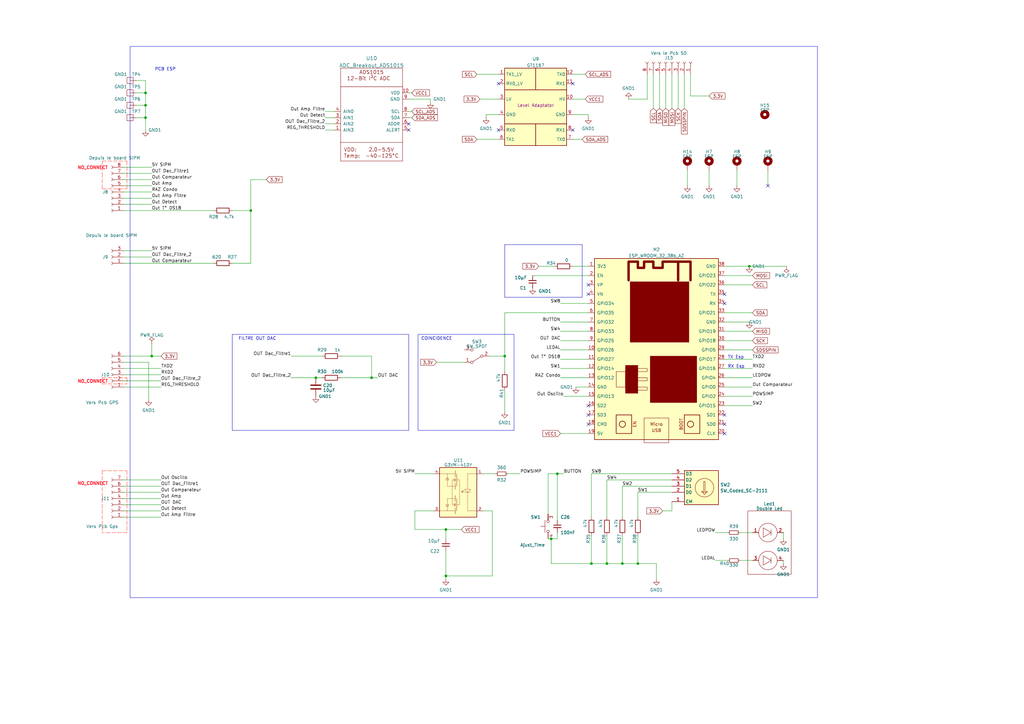
<source format=kicad_sch>
(kicad_sch (version 20230121) (generator eeschema)
  (paper "A3")
  (title_block (date "2023-03-07") (rev "Carte ESP32 SIPM_V3") (company "P&SC"))
  (lib_symbols
    (symbol "Composan02:ADC_Breakout_ADS1115" (pin_names (offset 1.016))
      (property "Reference" "U" (at -12.7 20.32 0))
      (property "Value" "ADC_Breakout_ADS1115" (at -12.7 -22.86 0))
      (symbol "ADC_Breakout_ADS1115_1_0"
        (text "-40-125°C" (at -2.54 -19.05 0) (effects (font (size 1.4986 1.4986)) (justify left bottom)))
        (text "12-Bit I²C ADC" (at -10.16 12.7 0) (effects (font (size 1.4986 1.4986)) (justify left bottom)))
        (text "2.0-5.5V" (at -1.27 -16.51 0) (effects (font (size 1.4986 1.4986)) (justify left bottom)))
        (text "ADS1015" (at -5.08 15.24 0) (effects (font (size 1.4986 1.4986)) (justify left bottom)))
        (text "Temp:" (at -11.43 -19.05 0) (effects (font (size 1.4986 1.4986)) (justify left bottom)))
        (text "VDD:" (at -11.43 -16.51 0) (effects (font (size 1.4986 1.4986)) (justify left bottom)))
        (pin input line (at -15.24 -7.62 0) (length 2.54) (name "AIN3") (number "1"))
        (pin power_in line (at 15.24 7.62 180) (length 2.54) (name "VDD") (number "10"))
        (pin input line (at -15.24 -5.08 0) (length 2.54) (name "AIN2") (number "2"))
        (pin input line (at -15.24 -2.54 0) (length 2.54) (name "AIN1") (number "3"))
        (pin input line (at -15.24 0 0) (length 2.54) (name "AIN0") (number "4"))
        (pin output line (at 15.24 -7.62 180) (length 2.54) (name "ALERT") (number "5"))
        (pin input line (at 15.24 -5.08 180) (length 2.54) (name "ADDR") (number "6"))
        (pin bidirectional line (at 15.24 -2.54 180) (length 2.54) (name "SDA") (number "7"))
        (pin input line (at 15.24 0 180) (length 2.54) (name "SCL") (number "8"))
        (pin power_in line (at 15.24 5.08 180) (length 2.54) (name "GND") (number "9"))
      )
    )
    (symbol "Composan02:Double_Led" (pin_names (offset 0.0254) hide)
      (property "Reference" "Led" (at -0.762 6.7478 0))
      (property "Value" "Double Led" (at -0.762 4.2109 0))
      (symbol "Double_Led_1_1"
        (pin passive line (at -6.35 0 0) (length 2.54) (name "A1") (number "1"))
        (pin passive line (at 6.35 0 180) (length 2.54) (name "K1") (number "2"))
        (pin passive line (at -6.35 -11.43 0) (length 2.54) (name "A2") (number "3"))
        (pin passive line (at 6.35 -11.43 180) (length 2.54) (name "K2") (number "4"))
      )
    )
    (symbol "Composan02:ESP_WROOM_32_38b_AZ" (pin_names (offset 1.016))
      (property "Reference" "M" (at -16.51 51.435 0))
      (property "Value" "ESP_WROOM_32_38b_AZ" (at 0 42.545 0))
      (symbol "ESP_WROOM_32_38b_AZ_0_0"
        (text "BOOT" (at 10.16 -30.48 900) (effects (font (size 1.27 1.27))))
        (text "Micro" (at 0 -30.48 0) (effects (font (size 1.27 1.27))))
        (text "USB" (at 0 -33.02 0) (effects (font (size 1.27 1.27))))
      )
      (symbol "ESP_WROOM_32_38b_AZ_1_1"
        (text "EN" (at -8.89 -30.48 900) (effects (font (size 1.27 1.27))))
        (pin power_out line (at -27.94 34.29 0) (length 2.54) (name "3V3") (number "1"))
        (pin bidirectional line (at -27.94 0 0) (length 2.54) (name "GPIO26") (number "10"))
        (pin bidirectional line (at -27.94 -3.81 0) (length 2.54) (name "GPIO27") (number "11"))
        (pin bidirectional line (at -27.94 -7.62 0) (length 2.54) (name "GPIO14") (number "12"))
        (pin bidirectional line (at -27.94 -11.43 0) (length 2.54) (name "GPIO12") (number "13"))
        (pin power_in line (at -27.94 -15.24 0) (length 2.54) (name "GND") (number "14"))
        (pin bidirectional line (at -27.94 -19.05 0) (length 2.54) (name "GPIO13") (number "15"))
        (pin bidirectional line (at -27.94 -22.86 0) (length 2.54) (name "SD2") (number "16"))
        (pin bidirectional line (at -27.94 -26.67 0) (length 2.54) (name "SD3") (number "17"))
        (pin bidirectional line (at -27.94 -30.48 0) (length 2.54) (name "CMD") (number "18"))
        (pin power_out line (at -27.94 -34.29 0) (length 2.54) (name "5V") (number "19"))
        (pin input line (at -27.94 30.48 0) (length 2.54) (name "EN") (number "2"))
        (pin bidirectional line (at 27.94 -34.29 180) (length 2.54) (name "CLK") (number "20"))
        (pin bidirectional line (at 27.94 -30.48 180) (length 2.54) (name "SD0") (number "21"))
        (pin bidirectional line (at 27.94 -26.67 180) (length 2.54) (name "SD1") (number "22"))
        (pin bidirectional line (at 27.94 -22.86 180) (length 2.54) (name "GPIO15") (number "23"))
        (pin bidirectional line (at 27.94 -19.05 180) (length 2.54) (name "GPIO2") (number "24"))
        (pin bidirectional line (at 27.94 -15.24 180) (length 2.54) (name "GPIO0") (number "25"))
        (pin bidirectional line (at 27.94 -11.43 180) (length 2.54) (name "GPIO4") (number "26"))
        (pin bidirectional line (at 27.94 -7.62 180) (length 2.54) (name "GPIO16") (number "27"))
        (pin bidirectional line (at 27.94 -3.81 180) (length 2.54) (name "GPIO17") (number "28"))
        (pin bidirectional line (at 27.94 0 180) (length 2.54) (name "GPIO5") (number "29"))
        (pin bidirectional line (at -27.94 26.67 0) (length 2.54) (name "VP") (number "3"))
        (pin bidirectional line (at 27.94 3.81 180) (length 2.54) (name "GPIO18") (number "30"))
        (pin bidirectional line (at 27.94 7.62 180) (length 2.54) (name "GPIO19") (number "31"))
        (pin power_in line (at 27.94 11.43 180) (length 2.54) (name "GND") (number "32"))
        (pin bidirectional line (at 27.94 15.24 180) (length 2.54) (name "GPIO21") (number "33"))
        (pin bidirectional line (at 27.94 19.05 180) (length 2.54) (name "RX") (number "34"))
        (pin bidirectional line (at 27.94 22.86 180) (length 2.54) (name "TX") (number "35"))
        (pin bidirectional line (at 27.94 26.67 180) (length 2.54) (name "GPIO22") (number "36"))
        (pin bidirectional line (at 27.94 30.48 180) (length 2.54) (name "GPIO23") (number "37"))
        (pin power_in line (at 27.94 34.29 180) (length 2.54) (name "GND") (number "38"))
        (pin bidirectional line (at -27.94 22.86 0) (length 2.54) (name "VN") (number "4"))
        (pin bidirectional line (at -27.94 19.05 0) (length 2.54) (name "GPIO34") (number "5"))
        (pin bidirectional line (at -27.94 15.24 0) (length 2.54) (name "GPIO35") (number "6"))
        (pin bidirectional line (at -27.94 11.43 0) (length 2.54) (name "GPIO32") (number "7"))
        (pin bidirectional line (at -27.94 7.62 0) (length 2.54) (name "GPIO33") (number "8"))
        (pin bidirectional line (at -27.94 3.81 0) (length 2.54) (name "GPIO25") (number "9"))
      )
    )
    (symbol "Composan02:SW_MEC_5G" (pin_numbers hide) (pin_names (offset 1.016) hide)
      (property "Reference" "SW" (at 1.27 2.54 0))
      (property "Value" "SW_MEC_5G" (at -1.27 6.35 0))
      (symbol "SW_MEC_5G_0_0"
        (text "3" (at 3.81 -1.27 0) (effects (font (size 1.27 1.27))))
        (text "4" (at -3.81 -1.27 0) (effects (font (size 1.27 1.27))))
      )
      (symbol "SW_MEC_5G_0_1"
        (pin passive line (at -5.08 0 0) (length 2.54) (name "A") (number "1"))
        (pin passive line (at 5.08 0 180) (length 2.54) (name "B") (number "3"))
      )
      (symbol "SW_MEC_5G_1_1"
        (pin passive line (at -5.08 0 0) (length 2.54) hide (name "A") (number "2"))
        (pin passive line (at 5.08 0 180) (length 2.54) (name "B") (number "4"))
      )
    )
    (symbol "Composants_2023:TLP241" (pin_names (offset 1.016))
      (property "Reference" "U7" (at 0 13.1699 0))
      (property "Value" "TLP241A(TP1,F" (at 0 11.2489 0))
      (symbol "TLP241_0_0"
        (pin passive line (at -10.16 7.62 0) (length 2.54) (name "~") (number "1"))
        (pin passive line (at -10.16 -7.62 0) (length 2.54) (name "~") (number "2"))
        (pin passive line (at 10.16 -7.62 180) (length 2.54) (name "~") (number "3"))
        (pin passive line (at 10.16 7.62 180) (length 2.54) (name "~") (number "4"))
      )
    )
    (symbol "Connector:Conn_01x03_Socket" (pin_names (offset 1.016) hide)
      (property "Reference" "J" (at 0 5.08 0))
      (property "Value" "Conn_01x03_Socket" (at 0 -5.08 0))
      (symbol "Conn_01x03_Socket_1_1"
        (pin passive line (at -5.08 2.54 0) (length 3.81) (name "Pin_1") (number "1"))
        (pin passive line (at -5.08 0 0) (length 3.81) (name "Pin_2") (number "2"))
        (pin passive line (at -5.08 -2.54 0) (length 3.81) (name "Pin_3") (number "3"))
      )
    )
    (symbol "Connector:Conn_01x06_Socket" (pin_names (offset 1.016) hide)
      (property "Reference" "J" (at 0 7.62 0))
      (property "Value" "Conn_01x06_Socket" (at 0 -10.16 0))
      (symbol "Conn_01x06_Socket_1_1"
        (pin passive line (at -5.08 5.08 0) (length 3.81) (name "Pin_1") (number "1"))
        (pin passive line (at -5.08 2.54 0) (length 3.81) (name "Pin_2") (number "2"))
        (pin passive line (at -5.08 0 0) (length 3.81) (name "Pin_3") (number "3"))
        (pin passive line (at -5.08 -2.54 0) (length 3.81) (name "Pin_4") (number "4"))
        (pin passive line (at -5.08 -5.08 0) (length 3.81) (name "Pin_5") (number "5"))
        (pin passive line (at -5.08 -7.62 0) (length 3.81) (name "Pin_6") (number "6"))
      )
    )
    (symbol "Connector:Conn_01x07_Socket" (pin_names (offset 1.016) hide)
      (property "Reference" "J" (at 0 10.16 0))
      (property "Value" "Conn_01x07_Socket" (at 0 -10.16 0))
      (symbol "Conn_01x07_Socket_1_1"
        (pin passive line (at -5.08 7.62 0) (length 3.81) (name "Pin_1") (number "1"))
        (pin passive line (at -5.08 5.08 0) (length 3.81) (name "Pin_2") (number "2"))
        (pin passive line (at -5.08 2.54 0) (length 3.81) (name "Pin_3") (number "3"))
        (pin passive line (at -5.08 0 0) (length 3.81) (name "Pin_4") (number "4"))
        (pin passive line (at -5.08 -2.54 0) (length 3.81) (name "Pin_5") (number "5"))
        (pin passive line (at -5.08 -5.08 0) (length 3.81) (name "Pin_6") (number "6"))
        (pin passive line (at -5.08 -7.62 0) (length 3.81) (name "Pin_7") (number "7"))
      )
    )
    (symbol "Connector:Conn_01x08_Socket" (pin_names (offset 1.016) hide)
      (property "Reference" "J" (at 0 10.16 0))
      (property "Value" "Conn_01x08_Socket" (at 0 -12.7 0))
      (symbol "Conn_01x08_Socket_1_1"
        (pin passive line (at -5.08 7.62 0) (length 3.81) (name "Pin_1") (number "1"))
        (pin passive line (at -5.08 5.08 0) (length 3.81) (name "Pin_2") (number "2"))
        (pin passive line (at -5.08 2.54 0) (length 3.81) (name "Pin_3") (number "3"))
        (pin passive line (at -5.08 0 0) (length 3.81) (name "Pin_4") (number "4"))
        (pin passive line (at -5.08 -2.54 0) (length 3.81) (name "Pin_5") (number "5"))
        (pin passive line (at -5.08 -5.08 0) (length 3.81) (name "Pin_6") (number "6"))
        (pin passive line (at -5.08 -7.62 0) (length 3.81) (name "Pin_7") (number "7"))
        (pin passive line (at -5.08 -10.16 0) (length 3.81) (name "Pin_8") (number "8"))
      )
    )
    (symbol "Device:C" (pin_numbers hide) (pin_names (offset 0.254))
      (property "Reference" "C" (at 0.635 2.54 0))
      (property "Value" "C" (at 0.635 -2.54 0))
      (symbol "C_1_1"
        (pin passive line (at 0 3.81 270) (length 2.794) (name "~") (number "1"))
        (pin passive line (at 0 -3.81 90) (length 2.794) (name "~") (number "2"))
      )
    )
    (symbol "Device:C_Small" (pin_numbers hide) (pin_names (offset 0.254) hide)
      (property "Reference" "C" (at 0.254 1.778 0))
      (property "Value" "C_Small" (at 0.254 -2.032 0))
      (symbol "C_Small_1_1"
        (pin passive line (at 0 2.54 270) (length 2.032) (name "~") (number "1"))
        (pin passive line (at 0 -2.54 90) (length 2.032) (name "~") (number "2"))
      )
    )
    (symbol "Device:R" (pin_numbers hide) (pin_names (offset 0))
      (property "Reference" "R" (at 2.032 0 90))
      (property "Value" "R" (at 0 0 90))
      (symbol "R_1_1"
        (pin passive line (at 0 3.81 270) (length 1.27) (name "~") (number "1"))
        (pin passive line (at 0 -3.81 90) (length 1.27) (name "~") (number "2"))
      )
    )
    (symbol "Device:R_Small" (pin_numbers hide) (pin_names (offset 0.254) hide)
      (property "Reference" "R" (at 0.762 0.508 0))
      (property "Value" "R_Small" (at 0.762 -1.016 0))
      (symbol "R_Small_1_1"
        (pin passive line (at 0 2.54 270) (length 0.762) (name "~") (number "1"))
        (pin passive line (at 0 -2.54 90) (length 0.762) (name "~") (number "2"))
      )
    )
    (symbol "Mechanical:MountingHole_Pad" (pin_numbers hide) (pin_names (offset 1.016) hide)
      (property "Reference" "H" (at 0 6.35 0))
      (property "Value" "MountingHole_Pad" (at 0 4.445 0))
      (symbol "MountingHole_Pad_1_1"
        (pin input line (at 0 -2.54 90) (length 2.54) (name "1") (number "1"))
      )
    )
    (symbol "Module_Perso:GT1167"
      (property "Reference" "U" (at -7.62 17.78 0))
      (property "Value" "GT1167" (at 3.81 17.78 0))
      (symbol "GT1167_1_1"
        (pin bidirectional line (at -15.24 12.7 0) (length 2.54) (name "TX1_LV") (number "1"))
        (pin power_in line (at 15.24 2.54 180) (length 2.54) (name "HV") (number "10"))
        (pin input line (at 15.24 8.89 180) (length 2.54) (name "RX1") (number "11"))
        (pin bidirectional line (at 15.24 12.7 180) (length 2.54) (name "TX0") (number "12"))
        (pin output line (at -15.24 8.89 0) (length 2.54) (name "RX0_LV") (number "2"))
        (pin power_in line (at -15.24 2.54 0) (length 2.54) (name "LV") (number "3"))
        (pin power_in line (at -15.24 -3.81 0) (length 2.54) (name "GND") (number "4"))
        (pin output line (at -15.24 -10.16 0) (length 2.54) (name "RX0") (number "5"))
        (pin bidirectional line (at -15.24 -13.97 0) (length 2.54) (name "TX1") (number "6"))
        (pin bidirectional line (at 15.24 -13.97 180) (length 2.54) (name "TX0") (number "7"))
        (pin input line (at 15.24 -10.16 180) (length 2.54) (name "RX1") (number "8"))
        (pin power_in line (at 15.24 -3.81 180) (length 2.54) (name "GND") (number "9"))
      )
    )
    (symbol "Module_Perso:TestPoint" (pin_numbers hide) (pin_names (offset 0.762) hide)
      (property "Reference" "TP" (at 0 6.858 0))
      (property "Value" "TestPoint" (at 0 5.08 0))
      (symbol "TestPoint_1_1"
        (pin passive line (at 0 0 90) (length 2.54) (name "1") (number "1"))
      )
    )
    (symbol "MountingHole_Pad_1" (pin_numbers hide) (pin_names (offset 1.016) hide)
      (property "Reference" "H15" (at 0 5.08 0))
      (property "Value" "ESP" (at 0 3.175 0))
    )
    (symbol "PWR_FLAG_1" (power) (pin_numbers hide) (pin_names (offset 0) hide)
      (property "Value" "PWR_FLAG_1" (at 0 3.81 0))
      (symbol "PWR_FLAG_1_0_0"
        (pin power_out line (at 0 0 90) (length 0) (name "pwr") (number "1"))
      )
    )
    (symbol "Switch:SW_Coded_SC-2111"
      (property "Reference" "SW" (at -6.35 8.89 0))
      (property "Value" "SW_Coded_SC-2111" (at -6.35 -7.62 0))
      (symbol "SW_Coded_SC-2111_1_1"
        (pin passive line (at 12.7 6.35 180) (length 5.08) (name "CM") (number "1"))
        (pin passive line (at 12.7 2.54 180) (length 5.08) (name "D0") (number "2"))
        (pin passive line (at 12.7 0 180) (length 5.08) (name "D1") (number "3"))
        (pin passive line (at 12.7 -2.54 180) (length 5.08) (name "D2") (number "4"))
        (pin passive line (at 12.7 -5.08 180) (length 5.08) (name "D3") (number "5"))
      )
    )
    (symbol "Switch:SW_SPDT" (pin_names (offset 0) hide)
      (property "Reference" "SW" (at 0 4.318 0))
      (property "Value" "SW_SPDT" (at 0 -5.08 0))
      (symbol "SW_SPDT_1_1"
        (pin passive line (at 5.08 2.54 180) (length 2.54) (name "A") (number "1"))
        (pin passive line (at -5.08 0 0) (length 2.54) (name "B") (number "2"))
        (pin passive line (at 5.08 -2.54 180) (length 2.54) (name "C") (number "3"))
      )
    )
    (symbol "power:GND1" (power) (pin_names (offset 0))
      (property "Value" "GND1" (at 0 -3.81 0))
      (symbol "GND1_1_1"
        (pin power_in line (at 0 0 270) (length 0) hide (name "GND1") (number "1"))
      )
    )
    (symbol "power:PWR_FLAG" (power) (pin_numbers hide) (pin_names (offset 0) hide)
      (property "Value" "PWR_FLAG" (at 0 3.81 0))
      (symbol "PWR_FLAG_0_0"
        (pin power_out line (at 0 0 90) (length 0) (name "pwr") (number "1"))
      )
    )
  )
  (junction (at 226.06 220.98))
  (junction (at 59.69 43.18))
  (junction (at 102.87 86.36))
  (junction (at 182.88 236.22))
  (junction (at 182.88 217.17))
  (junction (at 307.34 109.22))
  (junction (at 228.6 194.31))
  (junction (at 59.69 38.1))
  (junction (at 207.01 146.05))
  (junction (at 62.23 146.05))
  (junction (at 261.62 231.14))
  (junction (at 129.54 154.94))
  (junction (at 248.92 231.14))
  (junction (at 59.69 48.26))
  (junction (at 152.4 154.94))
  (junction (at 242.57 231.14))
  (junction (at 255.27 231.14))
  (no_connect (at 234.95 34.29))
  (no_connect (at 314.96 76.2))
  (no_connect (at 241.3 170.18))
  (no_connect (at 167.64 50.8))
  (no_connect (at 297.18 177.8))
  (no_connect (at 204.47 34.29))
  (no_connect (at 241.3 166.37))
  (no_connect (at 297.18 170.18))
  (no_connect (at 297.18 124.46))
  (no_connect (at 241.3 120.65))
  (no_connect (at 234.95 53.34))
  (no_connect (at 204.47 53.34))
  (no_connect (at 241.3 173.99))
  (no_connect (at 241.3 116.84))
  (no_connect (at 167.64 53.34))
  (no_connect (at 297.18 120.65))
  (no_connect (at 297.18 173.99))
  (wire (pts (xy 283.21 39.37) (xy 283.21 30.48)))
  (wire (pts (xy 119.38 154.94) (xy 129.54 154.94)))
  (wire (pts (xy 50.8 146.05) (xy 62.23 146.05)))
  (wire (pts (xy 303.53 229.87) (xy 308.61 229.87)))
  (wire (pts (xy 152.4 154.94) (xy 154.94 154.94)))
  (wire (pts (xy 50.8 86.36) (xy 87.63 86.36)))
  (wire (pts (xy 170.18 209.55) (xy 177.8 209.55)))
  (wire (pts (xy 314.96 69.85) (xy 314.96 76.2)))
  (wire (pts (xy 280.67 44.45) (xy 280.67 30.48)))
  (wire (pts (xy 248.92 196.85) (xy 275.59 196.85)))
  (wire (pts (xy 273.05 44.45) (xy 273.05 30.48)))
  (wire (pts (xy 167.64 38.1) (xy 168.91 38.1)))
  (wire (pts (xy 255.27 199.39) (xy 255.27 212.09)))
  (wire (pts (xy 50.8 107.95) (xy 87.63 107.95)))
  (wire (pts (xy 198.12 209.55) (xy 201.93 209.55)))
  (wire (pts (xy 50.8 153.67) (xy 66.04 153.67)))
  (wire (pts (xy 255.27 219.71) (xy 255.27 231.14)))
  (wire (pts (xy 224.79 194.31) (xy 224.79 210.82)))
  (wire (pts (xy 167.64 48.26) (xy 168.91 48.26)))
  (polyline (pts (xy 238.76 121.92) (xy 207.01 121.92)))
  (wire (pts (xy 196.85 40.64) (xy 204.47 40.64)))
  (wire (pts (xy 55.88 33.02) (xy 59.69 33.02)))
  (polyline (pts (xy 41.91 193.04) (xy 41.91 218.44)) (stroke (width 0) (type dash) (color 255 50 27 1)))
  (wire (pts (xy 170.18 209.55) (xy 170.18 217.17)))
  (wire (pts (xy 267.97 44.45) (xy 267.97 30.48)))
  (wire (pts (xy 261.62 201.93) (xy 275.59 201.93)))
  (wire (pts (xy 229.87 143.51) (xy 241.3 143.51)))
  (polyline (pts (xy 41.91 66.04) (xy 52.07 66.04)) (stroke (width 0) (type dash) (color 255 50 27 1)))
  (wire (pts (xy 231.14 162.56) (xy 241.3 162.56)))
  (polyline (pts (xy 41.91 71.12) (xy 41.91 77.47)) (stroke (width 0) (type dash) (color 255 50 27 1)))
  (wire (pts (xy 261.62 201.93) (xy 261.62 212.09)))
  (polyline (pts (xy 52.07 193.04) (xy 52.07 218.44)) (stroke (width 0) (type dash) (color 255 50 27 1)))
  (wire (pts (xy 176.53 40.64) (xy 176.53 41.91)))
  (polyline (pts (xy 41.91 77.47) (xy 52.07 77.47)) (stroke (width 0) (type dash) (color 255 50 27 1)))
  (wire (pts (xy 199.39 48.26) (xy 199.39 46.99)))
  (wire (pts (xy 234.95 30.48) (xy 240.03 30.48)))
  (wire (pts (xy 297.18 113.03) (xy 308.61 113.03)))
  (wire (pts (xy 59.69 33.02) (xy 59.69 38.1)))
  (wire (pts (xy 297.18 109.22) (xy 307.34 109.22)))
  (wire (pts (xy 248.92 219.71) (xy 248.92 231.14)))
  (wire (pts (xy 208.28 194.31) (xy 213.36 194.31)))
  (wire (pts (xy 229.87 177.8) (xy 241.3 177.8)))
  (polyline (pts (xy 52.07 218.44) (xy 41.91 218.44)) (stroke (width 0) (type dash) (color 255 50 27 1)))
  (wire (pts (xy 50.8 105.41) (xy 62.23 105.41)))
  (wire (pts (xy 229.87 135.89) (xy 241.3 135.89)))
  (wire (pts (xy 220.98 109.22) (xy 227.33 109.22)))
  (polyline (pts (xy 207.01 100.33) (xy 207.01 121.92)))
  (wire (pts (xy 59.69 48.26) (xy 59.69 53.34)))
  (wire (pts (xy 182.88 217.17) (xy 182.88 220.98)))
  (wire (pts (xy 278.13 44.45) (xy 278.13 30.48)))
  (wire (pts (xy 321.31 218.44) (xy 321.31 220.98)))
  (wire (pts (xy 50.8 158.75) (xy 66.04 158.75)))
  (wire (pts (xy 234.95 40.64) (xy 240.03 40.64)))
  (wire (pts (xy 281.94 69.85) (xy 281.94 76.2)))
  (wire (pts (xy 297.18 135.89) (xy 308.61 135.89)))
  (wire (pts (xy 55.88 38.1) (xy 59.69 38.1)))
  (wire (pts (xy 102.87 107.95) (xy 95.25 107.95)))
  (wire (pts (xy 261.62 219.71) (xy 261.62 231.14)))
  (wire (pts (xy 297.18 116.84) (xy 308.61 116.84)))
  (wire (pts (xy 275.59 209.55) (xy 275.59 205.74)))
  (wire (pts (xy 59.69 48.26) (xy 59.69 43.18)))
  (wire (pts (xy 229.87 147.32) (xy 241.3 147.32)))
  (wire (pts (xy 133.35 45.72) (xy 137.16 45.72)))
  (wire (pts (xy 207.01 128.27) (xy 207.01 146.05)))
  (polyline (pts (xy 41.91 66.04) (xy 41.91 71.12)) (stroke (width 0) (type dash) (color 255 50 27 1)))
  (wire (pts (xy 133.35 53.34) (xy 137.16 53.34)))
  (polyline (pts (xy 41.91 193.04) (xy 52.07 193.04)) (stroke (width 0) (type dash) (color 255 50 27 1)))
  (wire (pts (xy 59.69 38.1) (xy 59.69 43.18)))
  (wire (pts (xy 307.34 109.22) (xy 322.58 109.22)))
  (wire (pts (xy 170.18 217.17) (xy 182.88 217.17)))
  (wire (pts (xy 50.8 204.47) (xy 66.04 204.47)))
  (wire (pts (xy 119.38 146.05) (xy 132.08 146.05)))
  (wire (pts (xy 321.31 229.87) (xy 321.31 231.14)))
  (wire (pts (xy 50.8 81.28) (xy 62.23 81.28)))
  (wire (pts (xy 297.18 154.94) (xy 308.61 154.94)))
  (wire (pts (xy 62.23 140.97) (xy 62.23 146.05)))
  (wire (pts (xy 271.78 209.55) (xy 275.59 209.55)))
  (wire (pts (xy 228.6 218.44) (xy 228.6 220.98)))
  (wire (pts (xy 248.92 196.85) (xy 248.92 212.09)))
  (wire (pts (xy 207.01 160.02) (xy 207.01 168.91)))
  (polyline (pts (xy 52.07 71.12) (xy 52.07 77.47)) (stroke (width 0) (type dash) (color 255 50 27 1)))
  (wire (pts (xy 133.35 50.8) (xy 137.16 50.8)))
  (wire (pts (xy 50.8 199.39) (xy 66.04 199.39)))
  (wire (pts (xy 228.6 213.36) (xy 228.6 194.31)))
  (wire (pts (xy 182.88 236.22) (xy 182.88 237.49)))
  (wire (pts (xy 302.26 69.85) (xy 302.26 76.2)))
  (wire (pts (xy 102.87 107.95) (xy 102.87 86.36)))
  (wire (pts (xy 297.18 143.51) (xy 308.61 143.51)))
  (wire (pts (xy 307.34 132.08) (xy 297.18 132.08)))
  (wire (pts (xy 50.8 83.82) (xy 62.23 83.82)))
  (wire (pts (xy 66.04 209.55) (xy 50.8 209.55)))
  (wire (pts (xy 229.87 154.94) (xy 241.3 154.94)))
  (wire (pts (xy 170.18 194.31) (xy 177.8 194.31)))
  (wire (pts (xy 95.25 86.36) (xy 102.87 86.36)))
  (wire (pts (xy 241.3 158.75) (xy 236.22 158.75)))
  (wire (pts (xy 241.3 46.99) (xy 241.3 48.26)))
  (wire (pts (xy 50.8 148.59) (xy 60.96 148.59)))
  (wire (pts (xy 303.53 218.44) (xy 308.61 218.44)))
  (wire (pts (xy 55.88 43.18) (xy 59.69 43.18)))
  (wire (pts (xy 270.51 44.45) (xy 270.51 30.48)))
  (wire (pts (xy 229.87 124.46) (xy 241.3 124.46)))
  (wire (pts (xy 182.88 236.22) (xy 201.93 236.22)))
  (wire (pts (xy 50.8 68.58) (xy 62.23 68.58)))
  (wire (pts (xy 228.6 194.31) (xy 231.14 194.31)))
  (wire (pts (xy 293.37 218.44) (xy 298.45 218.44)))
  (wire (pts (xy 182.88 226.06) (xy 182.88 236.22)))
  (wire (pts (xy 200.66 146.05) (xy 207.01 146.05)))
  (wire (pts (xy 297.18 151.13) (xy 308.61 151.13)))
  (wire (pts (xy 179.07 148.59) (xy 190.5 148.59)))
  (wire (pts (xy 199.39 46.99) (xy 204.47 46.99)))
  (wire (pts (xy 229.87 139.7) (xy 241.3 139.7)))
  (wire (pts (xy 132.08 154.94) (xy 129.54 154.94)))
  (wire (pts (xy 242.57 231.14) (xy 248.92 231.14)))
  (wire (pts (xy 290.83 69.85) (xy 290.83 76.2)))
  (wire (pts (xy 182.88 217.17) (xy 189.23 217.17)))
  (wire (pts (xy 229.87 151.13) (xy 241.3 151.13)))
  (wire (pts (xy 50.8 73.66) (xy 62.23 73.66)))
  (wire (pts (xy 297.18 162.56) (xy 308.61 162.56)))
  (wire (pts (xy 195.58 57.15) (xy 204.47 57.15)))
  (wire (pts (xy 139.7 146.05) (xy 152.4 146.05)))
  (wire (pts (xy 242.57 194.31) (xy 275.59 194.31)))
  (wire (pts (xy 234.95 109.22) (xy 241.3 109.22)))
  (wire (pts (xy 228.6 220.98) (xy 226.06 220.98)))
  (wire (pts (xy 201.93 209.55) (xy 201.93 236.22)))
  (polyline (pts (xy 41.91 157.48) (xy 52.07 157.48)) (stroke (width 0) (type dash) (color 255 50 27 1)))
  (wire (pts (xy 55.88 48.26) (xy 59.69 48.26)))
  (wire (pts (xy 62.23 146.05) (xy 66.04 146.05)))
  (wire (pts (xy 297.18 128.27) (xy 308.61 128.27)))
  (wire (pts (xy 293.37 229.87) (xy 298.45 229.87)))
  (wire (pts (xy 265.43 40.64) (xy 265.43 30.48)))
  (polyline (pts (xy 52.07 66.04) (xy 52.07 71.12)) (stroke (width 0) (type dash) (color 255 50 27 1)))
  (polyline (pts (xy 41.91 154.94) (xy 52.07 154.94)) (stroke (width 0) (type dash) (color 255 50 27 1)))
  (wire (pts (xy 50.8 78.74) (xy 62.23 78.74)))
  (wire (pts (xy 60.96 148.59) (xy 60.96 163.83)))
  (wire (pts (xy 168.91 45.72) (xy 167.64 45.72)))
  (wire (pts (xy 224.79 194.31) (xy 228.6 194.31)))
  (wire (pts (xy 297.18 139.7) (xy 308.61 139.7)))
  (wire (pts (xy 50.8 102.87) (xy 62.23 102.87)))
  (wire (pts (xy 50.8 196.85) (xy 66.04 196.85)))
  (polyline (pts (xy 207.01 100.33) (xy 238.76 100.33)))
  (wire (pts (xy 50.8 212.09) (xy 66.04 212.09)))
  (polyline (pts (xy 238.76 100.33) (xy 238.76 121.92)))
  (wire (pts (xy 261.62 231.14) (xy 269.24 231.14)))
  (wire (pts (xy 248.92 231.14) (xy 255.27 231.14)))
  (wire (pts (xy 102.87 86.36) (xy 102.87 73.66)))
  (wire (pts (xy 234.95 57.15) (xy 238.76 57.15)))
  (wire (pts (xy 241.3 128.27) (xy 207.01 128.27)))
  (wire (pts (xy 226.06 220.98) (xy 224.79 220.98)))
  (wire (pts (xy 255.27 199.39) (xy 275.59 199.39)))
  (wire (pts (xy 207.01 146.05) (xy 207.01 152.4)))
  (wire (pts (xy 242.57 219.71) (xy 242.57 231.14)))
  (wire (pts (xy 255.27 231.14) (xy 261.62 231.14)))
  (wire (pts (xy 241.3 113.03) (xy 218.44 113.03)))
  (wire (pts (xy 139.7 154.94) (xy 152.4 154.94)))
  (wire (pts (xy 229.87 132.08) (xy 241.3 132.08)))
  (wire (pts (xy 50.8 156.21) (xy 66.04 156.21)))
  (wire (pts (xy 152.4 146.05) (xy 152.4 154.94)))
  (wire (pts (xy 242.57 194.31) (xy 242.57 212.09)))
  (wire (pts (xy 50.8 76.2) (xy 62.23 76.2)))
  (wire (pts (xy 297.18 147.32) (xy 308.61 147.32)))
  (wire (pts (xy 133.35 48.26) (xy 137.16 48.26)))
  (wire (pts (xy 297.18 158.75) (xy 308.61 158.75)))
  (wire (pts (xy 167.64 40.64) (xy 176.53 40.64)))
  (wire (pts (xy 50.8 71.12) (xy 62.23 71.12)))
  (wire (pts (xy 234.95 46.99) (xy 241.3 46.99)))
  (wire (pts (xy 275.59 44.45) (xy 275.59 30.48)))
  (wire (pts (xy 66.04 207.01) (xy 50.8 207.01)))
  (wire (pts (xy 195.58 30.48) (xy 204.47 30.48)))
  (wire (pts (xy 198.12 194.31) (xy 203.2 194.31)))
  (polyline (pts (xy 52.07 154.94) (xy 52.07 157.48)) (stroke (width 0) (type dash) (color 255 50 27 1)))
  (wire (pts (xy 226.06 220.98) (xy 226.06 231.14)))
  (wire (pts (xy 257.81 40.64) (xy 265.43 40.64)))
  (wire (pts (xy 269.24 231.14) (xy 269.24 237.49)))
  (wire (pts (xy 226.06 231.14) (xy 242.57 231.14)))
  (wire (pts (xy 50.8 201.93) (xy 66.04 201.93)))
  (wire (pts (xy 297.18 166.37) (xy 308.61 166.37)))
  (wire (pts (xy 50.8 151.13) (xy 66.04 151.13)))
  (wire (pts (xy 290.83 39.37) (xy 283.21 39.37)))
  (wire (pts (xy 109.22 73.66) (xy 102.87 73.66)))
  (polyline (pts (xy 41.91 154.94) (xy 41.91 157.48)) (stroke (width 0) (type dash) (color 255 50 27 1)))
  (rectangle (start 95.25 137.16) (end 167.64 176.53))
  (rectangle (start 53.34 19.05) (end 335.28 245.11))
  (rectangle (start 171.45 137.16) (end 210.82 176.53))
  (text "PCB ESP" (at 63.5 29.21 0) (effects (font (size 1.27 1.27)) (justify left bottom)))
  (text "RX Esp" (at 298.45 151.13 0) (effects (font (size 1.27 1.27)) (justify left bottom)))
  (text "TX Esp" (at 298.45 147.32 0) (effects (font (size 1.27 1.27)) (justify left bottom)))
  (text "COINCIDENCE" (at 172.72 139.7 0) (effects (font (size 1.27 1.27)) (justify left bottom)))
  (text "FILTRE OUT DAC" (at 97.79 139.7 0) (effects (font (size 1.27 1.27)) (justify left bottom)))
  (label "NO_CONNECT" (at 31.75 199.39 0) (effects (font (thickness 0.254) bold)))
  (label "SW4" (at 248.92 196.85 0))
  (label "Out T° DS18" (at 229.87 147.32 180))
  (label "SW1" (at 229.87 151.13 180))
  (label "OUT DAC" (at 154.94 154.94 0))
  (label "Out Amp Filtre" (at 66.04 212.09 0))
  (label "OUT Dac_Filtre_2" (at 62.23 105.41 0))
  (label "REG_THRESHOLD" (at 66.04 158.75 0))
  (label "SW2" (at 255.27 199.39 0))
  (label "Out Comparateur" (at 66.04 201.93 0))
  (label "5V SIPM" (at 62.23 68.58 0))
  (label "RXD2" (at 308.61 151.13 0))
  (label "Out Amp Filtre" (at 62.23 81.28 0))
  (label "OUT Dac_Filtre_2" (at 66.04 156.21 0))
  (label "RXD2" (at 66.04 153.67 0))
  (label "POWSIMP" (at 308.61 162.56 0))
  (label "NO_CONNECT" (at 31.75 157.48 0) (effects (font (thickness 0.254) bold)))
  (label "5V SIPM" (at 62.23 102.87 0))
  (label "Out Comparateur" (at 62.23 107.95 0))
  (label "SW8" (at 229.87 124.46 180))
  (label "Out Comparateur" (at 308.61 158.75 0))
  (label "OUT DAC" (at 66.04 207.01 0))
  (label "Out Amp" (at 66.04 204.47 0))
  (label "TXD2" (at 66.04 151.13 0))
  (label "LEDAL" (at 293.37 229.87 180))
  (label "POWSIMP" (at 213.36 194.31 0))
  (label "RAZ Condo" (at 229.87 154.94 180))
  (label "5V SIPM" (at 170.18 194.31 180))
  (label "SW4" (at 229.87 135.89 180))
  (label "OUT Dac_Filtre1" (at 62.23 71.12 0))
  (label "SW2" (at 308.61 166.37 0))
  (label "Out Oscillo" (at 231.14 162.56 180))
  (label "OUT Dac_Filtre_2" (at 133.35 50.8 180))
  (label "OUT Dac_Filtre1" (at 66.04 199.39 0))
  (label "OUT Dac_Filtre1" (at 119.38 146.05 180))
  (label "SW1" (at 261.62 201.93 0))
  (label "SW8" (at 242.57 194.31 0))
  (label "RAZ Condo" (at 62.23 78.74 0))
  (label "LEDPOW" (at 308.61 154.94 0))
  (label "BUTTON" (at 229.87 132.08 180))
  (label "LEDAL" (at 229.87 143.51 180))
  (label "Out Detect" (at 133.35 48.26 180))
  (label "Out Detect" (at 62.23 83.82 0))
  (label "Out T° DS18" (at 62.23 86.36 0))
  (label "BUTTON" (at 231.14 194.31 0))
  (label "Out Amp" (at 62.23 76.2 0))
  (label "Out Detect" (at 66.04 209.55 0))
  (label "Out Oscillo" (at 66.04 196.85 0))
  (label "REG_THRESHOLD" (at 133.35 53.34 180))
  (label "Out Comparateur" (at 62.23 73.66 0))
  (label "OUT DAC" (at 229.87 139.7 180))
  (label "LEDPOW" (at 293.37 218.44 180))
  (label "TXD2" (at 308.61 147.32 0))
  (label "Out Amp Filtre" (at 133.35 45.72 180))
  (label "NO_CONNECT" (at 31.75 69.85 0) (effects (font (thickness 0.254) bold)))
  (label "OUT Dac_Filtre_2" (at 119.38 154.94 180))
  (global_label "SCL_ADS" (shape input) (at 168.91 45.72 0) (property "Intersheetrefs" "${INTERSHEET_REFS}" (effects hide)))
  (global_label "SCL" (shape input) (at 267.97 44.45 270) (property "Intersheetrefs" "${INTERSHEET_REFS}" (effects hide)))
  (global_label "VCC1" (shape input) (at 229.87 177.8 180) (property "Intersheetrefs" "${INTERSHEET_REFS}" (effects hide)))
  (global_label "SDSSPIN" (shape input) (at 308.61 143.51 0) (property "Intersheetrefs" "${INTERSHEET_REFS}" (effects hide)))
  (global_label "MISO" (shape input) (at 273.05 44.45 270) (property "Intersheetrefs" "${INTERSHEET_REFS}" (effects hide)))
  (global_label "SDSSPIN" (shape input) (at 280.67 44.45 270) (property "Intersheetrefs" "${INTERSHEET_REFS}" (effects hide)))
  (global_label "3.3V" (shape input) (at 220.98 109.22 180) (property "Intersheetrefs" "${INTERSHEET_REFS}" (effects hide)))
  (global_label "SCK" (shape input) (at 308.61 139.7 0) (property "Intersheetrefs" "${INTERSHEET_REFS}" (effects hide)))
  (global_label "MISO" (shape input) (at 308.61 135.89 0) (property "Intersheetrefs" "${INTERSHEET_REFS}" (effects hide)))
  (global_label "3.3V" (shape input) (at 179.07 148.59 180) (property "Intersheetrefs" "${INTERSHEET_REFS}" (effects hide)))
  (global_label "SCK" (shape input) (at 278.13 44.45 270) (property "Intersheetrefs" "${INTERSHEET_REFS}" (effects hide)))
  (global_label "3.3V" (shape input) (at 196.85 40.64 180) (property "Intersheetrefs" "${INTERSHEET_REFS}" (effects hide)))
  (global_label "SCL_ADS" (shape input) (at 240.03 30.48 0) (property "Intersheetrefs" "${INTERSHEET_REFS}" (effects hide)))
  (global_label "SDA_ADS" (shape input) (at 238.76 57.15 0) (property "Intersheetrefs" "${INTERSHEET_REFS}" (effects hide)))
  (global_label "3.3V" (shape input) (at 271.78 209.55 180) (property "Intersheetrefs" "${INTERSHEET_REFS}" (effects hide)))
  (global_label "SDA" (shape input) (at 195.58 57.15 180) (property "Intersheetrefs" "${INTERSHEET_REFS}" (effects hide)))
  (global_label "MOSI" (shape input) (at 275.59 44.45 270) (property "Intersheetrefs" "${INTERSHEET_REFS}" (effects hide)))
  (global_label "3.3V" (shape input) (at 109.22 73.66 0) (property "Intersheetrefs" "${INTERSHEET_REFS}" (effects hide)))
  (global_label "SDA_ADS" (shape input) (at 168.91 48.26 0) (property "Intersheetrefs" "${INTERSHEET_REFS}" (effects hide)))
  (global_label "VCC1" (shape input) (at 168.91 38.1 0) (property "Intersheetrefs" "${INTERSHEET_REFS}" (effects hide)))
  (global_label "3.3V" (shape input) (at 66.04 146.05 0) (property "Intersheetrefs" "${INTERSHEET_REFS}" (effects hide)))
  (global_label "MOSI" (shape input) (at 308.61 113.03 0) (property "Intersheetrefs" "${INTERSHEET_REFS}" (effects hide)))
  (global_label "SCL" (shape input) (at 308.61 116.84 0) (property "Intersheetrefs" "${INTERSHEET_REFS}" (effects hide)))
  (global_label "SDA" (shape input) (at 308.61 128.27 0) (property "Intersheetrefs" "${INTERSHEET_REFS}" (effects hide)))
  (global_label "SCL" (shape input) (at 195.58 30.48 180) (property "Intersheetrefs" "${INTERSHEET_REFS}" (effects hide)))
  (global_label "SDA" (shape input) (at 270.51 44.45 270) (property "Intersheetrefs" "${INTERSHEET_REFS}" (effects hide)))
  (global_label "3.3V" (shape input) (at 290.83 39.37 0) (property "Intersheetrefs" "${INTERSHEET_REFS}" (effects hide)))
  (global_label "VCC1" (shape input) (at 189.23 217.17 0) (property "Intersheetrefs" "${INTERSHEET_REFS}" (effects hide)))
  (global_label "VCC1" (shape input) (at 240.03 40.64 0) (property "Intersheetrefs" "${INTERSHEET_REFS}" (effects hide)))
  (symbol (lib_id "power:GND1") (at 218.44 118.11 0) (unit 1)
    (property "Reference" "#PWR01" (effects hide))
    (property "Value" "GND1" (at 223.52 119.38 0))
  )
  (symbol (lib_id "power:GND1") (at 290.83 76.2 0) (unit 1)
    (property "Reference" "#PWR064" (effects hide))
    (property "Value" "GND1" (at 290.83 80.6434 0))
  )
  (symbol (lib_id "Connector:Conn_01x08_Socket") (at 45.72 78.74 180) (unit 1)
    (property "Reference" "J8" (at 43.18 78.74 0))
    (property "Value" "Depuis le board SIPM" (at 46.99 64.77 0))
    (property "Footprint" "Connector_Molex:Molex_KK-254_AE-6410-08A_1x08_P2.54mm_Vertical" (effects hide))
  )
  (symbol (lib_id "Connector:Conn_01x07_Socket") (at 45.72 204.47 180) (unit 1)
    (property "Reference" "J11" (at 43.18 204.47 0))
    (property "Value" "Vers Pcb Gps" (at 41.91 215.9 0))
    (property "Footprint" "Connector_Molex:Molex_KK-254_AE-6410-07A_1x07_P2.54mm_Vertical" (effects hide))
  )
  (symbol (lib_id "Connector:Conn_01x08_Socket") (at 275.59 25.4 270) (mirror x) (unit 1)
    (property "Reference" "J13" (at 274.32 23.7283 90))
    (property "Value" "Vers le Pcb SD" (at 274.32 21.8073 90))
    (property "Footprint" "Connector_PinHeader_2.54mm:PinHeader_1x08_P2.54mm_Vertical" (effects hide))
  )
  (symbol (lib_id "power:GND1") (at 60.96 163.83 0) (unit 1)
    (property "Reference" "#PWR039" (effects hide))
    (property "Value" "GND1" (at 60.96 168.2734 0))
  )
  (symbol (lib_id "power:GND1") (at 241.3 48.26 0) (unit 1)
    (property "Reference" "#PWR041" (effects hide))
    (property "Value" "GND1" (at 241.3 52.7034 0))
  )
  (symbol (lib_id "Device:C") (at 129.54 158.75 0) (unit 1)
    (property "Reference" "C20" (at 132.461 158.1063 0) (effects (justify left)))
    (property "Value" "10µF" (at 132.461 160.0273 0) (effects (justify left)))
    (property "Footprint" "COMPOSANT_CF:C_0805_Muons" (effects hide))
  )
  (symbol (lib_id "power:GND1") (at 176.53 41.91 0) (unit 1)
    (property "Reference" "#PWR045" (effects hide))
    (property "Value" "GND1" (at 180.34 40.64 0))
  )
  (symbol (lib_id "Composants_2023:TLP241") (at 187.96 201.93 0) (mirror y) (unit 1)
    (property "Reference" "U11" (at 187.96 188.7601 0))
    (property "Value" "G3VM-41DY" (at 187.96 190.6811 0))
    (property "Footprint" "COMPOSANT_CF:G3VM-21GR1" (effects hide))
    (property "MANUFACTURER" "Omron" (effects hide))
    (property "MAXIMUM_PACKAGE_HEIGHT" "3.8 mm" (effects hide))
    (property "PARTREV" "0215" (effects hide))
    (property "STANDARD" "IPC 7351B" (effects hide))
  )
  (symbol (lib_id "Mechanical:MountingHole_Pad") (at 314.96 67.31 0) (unit 1)
    (property "Reference" "H9" (at 314.96 62.23 0))
    (property "Value" "ESP" (at 314.96 64.135 0))
    (property "Footprint" "MountingHole:MountingHole_2.2mm_M2_DIN965_Pad_TopBottom" (effects hide))
  )
  (symbol (lib_id "Device:R") (at 248.92 215.9 180) (unit 1)
    (property "Reference" "R36" (at 247.65 220.98 90))
    (property "Value" "47k" (at 246.38 214.63 90))
    (property "Footprint" "COMPOSANT_CF:R_0805_Muons" (effects hide))
  )
  (symbol (lib_id "power:GND1") (at 307.34 132.08 0) (unit 1)
    (property "Reference" "#PWR057" (effects hide))
    (property "Value" "GND1" (at 309.88 132.08 0))
  )
  (symbol (lib_id "power:GND1") (at 207.01 168.91 0) (unit 1)
    (property "Reference" "#PWR067" (effects hide))
    (property "Value" "GND1" (at 207.01 173.3534 0))
  )
  (symbol (lib_id "power:GND1") (at 236.22 158.75 0) (unit 1)
    (property "Reference" "#PWR051" (effects hide))
    (property "Value" "GND1" (at 232.41 158.75 0))
  )
  (symbol (lib_id "power:GND1") (at 302.26 76.2 0) (unit 1)
    (property "Reference" "#PWR063" (effects hide))
    (property "Value" "GND1" (at 302.26 80.6434 0))
  )
  (symbol (lib_id "Device:R_Small") (at 205.74 194.31 270) (unit 1)
    (property "Reference" "R32" (at 205.74 196.85 90))
    (property "Value" "360" (at 205.74 191.77 90))
    (property "Footprint" "COMPOSANT_CF:R_0805_Muons" (effects hide))
  )
  (symbol (lib_id "Mechanical:MountingHole_Pad") (at 302.26 67.31 0) (unit 1)
    (property "Reference" "H8" (at 302.26 62.23 0))
    (property "Value" "ESP" (at 302.26 64.135 0))
    (property "Footprint" "MountingHole:MountingHole_2.2mm_M2_DIN965_Pad_TopBottom" (effects hide))
  )
  (symbol (lib_id "Device:R") (at 261.62 215.9 180) (unit 1)
    (property "Reference" "R38" (at 260.35 220.98 90))
    (property "Value" "47k" (at 259.08 214.63 90))
    (property "Footprint" "COMPOSANT_CF:R_0805_Muons" (effects hide))
  )
  (symbol (lib_id "Mechanical:MountingHole_Pad") (at 281.94 67.31 0) (unit 1)
    (property "Reference" "H14" (at 281.94 62.23 0))
    (property "Value" "ESP" (at 281.94 64.135 0))
    (property "Footprint" "MountingHole:MountingHole_2.2mm_M2_DIN965_Pad_TopBottom" (effects hide))
  )
  (symbol (lib_id "power:PWR_FLAG") (at 322.58 109.22 180) (unit 1)
    (property "Reference" "#FLG08" (effects hide))
    (property "Value" "PWR_FLAG" (at 322.58 113.03 0))
  )
  (symbol (lib_id "Device:R_Small") (at 300.99 229.87 270) (unit 1)
    (property "Reference" "R40" (at 297.18 231.14 90))
    (property "Value" "330" (at 300.99 231.7695 90))
    (property "Footprint" "COMPOSANT_CF:R_0805_Muons" (effects hide))
  )
  (symbol (lib_id "Module_Perso:GT1167") (at 219.71 43.18 0) (unit 1)
    (property "Reference" "U9" (at 219.71 24.2402 0))
    (property "Value" "GT1167" (at 219.71 26.7771 0))
    (property "Footprint" "COMPOSANT_CF:DIP-12_Convertisseur" (effects hide))
    (property "Datasheet" "https://www.gotronic.fr/pj2-35242-2290.pdf" (effects hide))
    (property "Field4" "Level Adaptator" (at 219.71 43.18 0))
  )
  (symbol (lib_id "Device:C_Small") (at 228.6 215.9 0) (unit 1)
    (property "Reference" "C26" (at 229.87 212.09 0) (effects (justify left)))
    (property "Value" "100nF" (at 229.87 218.44 0) (effects (justify left)))
    (property "Footprint" "COMPOSANT_CF:C_0805_Muons" (effects hide))
  )
  (symbol (lib_id "power:GND1") (at 321.31 220.98 0) (unit 1)
    (property "Reference" "#PWR058" (effects hide))
    (property "Value" "GND1" (at 321.31 225.4234 0))
  )
  (symbol (lib_id "Composan02:ESP_WROOM_32_38b_AZ") (at 269.24 143.51 0) (unit 1)
    (property "Reference" "M2" (at 269.24 102.3452 0))
    (property "Value" "ESP_WROOM_32_38b_AZ" (at 269.24 104.8821 0))
    (property "Footprint" "COMPOSANT_CF:MODULE_ESP32-DEVKITC" (effects hide))
  )
  (symbol (lib_id "Switch:SW_Coded_SC-2111") (at 288.29 199.39 180) (unit 1)
    (property "Reference" "SW2" (at 295.402 198.8129 0) (effects (justify right)))
    (property "Value" "SW_Coded_SC-2111" (at 295.402 201.2371 0) (effects (justify right)))
  )
  (symbol (lib_id "Device:R") (at 135.89 154.94 90) (unit 1)
    (property "Reference" "R30" (at 132.08 152.4 90))
    (property "Value" "100k" (at 138.43 152.4 90))
    (property "Footprint" "COMPOSANT_CF:R_0805_Muons" (effects hide))
  )
  (symbol (lib_id "power:GND1") (at 269.24 237.49 0) (unit 1)
    (property "Reference" "#PWR054" (effects hide))
    (property "Value" "GND1" (at 269.24 241.9334 0))
  )
  (symbol (lib_id "power:GND1") (at 257.81 40.64 180) (unit 1)
    (property "Reference" "#PWR053" (effects hide))
    (property "Value" "GND1" (at 257.81 36.1966 0))
  )
  (symbol (lib_id "Device:R") (at 207.01 156.21 180) (unit 1)
    (property "Reference" "R41" (at 205.74 161.29 90))
    (property "Value" "47k" (at 204.47 154.94 90))
    (property "Footprint" "COMPOSANT_CF:R_Shunt_0805_Muons" (effects hide))
  )
  (symbol (lib_id "Connector:Conn_01x03_Socket") (at 45.72 105.41 180) (unit 1)
    (property "Reference" "J9" (at 43.18 105.41 0))
    (property "Value" "Depuis le board SIPM" (at 45.72 96.52 0))
    (property "Footprint" "Connector_Molex:Molex_KK-254_AE-6410-03A_1x03_P2.54mm_Vertical" (effects hide))
  )
  (symbol (lib_id "power:GND1") (at 59.69 53.34 0) (unit 1)
    (property "Reference" "#PWR038" (effects hide))
    (property "Value" "GND1" (at 63.5 53.34 0))
  )
  (symbol (lib_id "Module_Perso:TestPoint") (at 55.88 43.18 90) (unit 1)
    (property "Reference" "TP6" (at 55.88 40.64 90))
    (property "Value" "GND1" (at 49.53 40.64 90))
    (property "Footprint" "COMPOSANT_CF:TestPoint_THTPad_4.75x3.7mm_Drill1.5mm" (effects hide))
  )
  (symbol (lib_id "power:GND1") (at 307.34 109.22 0) (unit 1)
    (property "Reference" "#PWR056" (effects hide))
    (property "Value" "GND1" (at 311.15 109.22 0))
  )
  (symbol (lib_id "Device:C_Small") (at 182.88 223.52 180) (unit 1)
    (property "Reference" "C22" (at 180.34 226.06 0) (effects (justify left)))
    (property "Value" "10µF" (at 180.5559 221.8115 0) (effects (justify left)))
    (property "Footprint" "COMPOSANT_CF:C_0805_Muons" (effects hide))
  )
  (symbol (lib_id "Device:R") (at 242.57 215.9 180) (unit 1)
    (property "Reference" "R35" (at 241.3 220.98 90))
    (property "Value" "47k" (at 240.03 214.63 90))
    (property "Footprint" "COMPOSANT_CF:R_0805_Muons" (effects hide))
  )
  (symbol (lib_id "Mechanical:MountingHole_Pad") (at 290.83 67.31 0) (unit 1)
    (property "Reference" "H7" (at 290.83 62.23 0))
    (property "Value" "ESP" (at 290.83 64.135 0))
    (property "Footprint" "MountingHole:MountingHole_2.2mm_M2_DIN965_Pad_TopBottom" (effects hide))
  )
  (symbol (lib_id "Device:C_Small") (at 218.44 115.57 180) (unit 1)
    (property "Reference" "C1" (at 215.9 118.11 0) (effects (justify left)))
    (property "Value" "10µF" (at 216.1159 113.8615 0) (effects (justify left)))
    (property "Footprint" "Capacitor_THT:CP_Radial_D4.0mm_P2.00mm" (effects hide))
  )
  (symbol (lib_id "power:GND1") (at 129.54 162.56 0) (unit 1)
    (property "Reference" "#PWR044" (effects hide))
    (property "Value" "GND1" (at 133.35 162.56 0))
  )
  (symbol (lib_id "Device:R") (at 231.14 109.22 90) (unit 1)
    (property "Reference" "R34" (at 226.06 107.95 90))
    (property "Value" "0" (at 232.41 106.68 90))
    (property "Footprint" "COMPOSANT_CF:R_Shunt_0805_Muons" (effects hide))
  )
  (symbol (lib_id "Module_Perso:TestPoint") (at 55.88 33.02 90) (unit 1)
    (property "Reference" "TP4" (at 55.88 30.48 90))
    (property "Value" "GND1" (at 49.53 30.48 90))
    (property "Footprint" "COMPOSANT_CF:TestPoint_THTPad_4.75x3.7mm_Drill1.5mm" (effects hide))
  )
  (symbol (lib_id "Composan02:ADC_Breakout_ADS1115") (at 152.4 45.72 0) (unit 1)
    (property "Reference" "U10" (at 152.4 23.894 0) (effects (font (size 1.4986 1.4986))))
    (property "Value" "ADC_Breakout_ADS1015" (at 152.4 26.8417 0) (effects (font (size 1.4986 1.4986))))
    (property "Footprint" "MODULE_CF:ADS1115_Small_BreakBord" (effects hide))
  )
  (symbol (lib_id "Module_Perso:TestPoint") (at 55.88 48.26 90) (unit 1)
    (property "Reference" "TP7" (at 55.88 45.72 90))
    (property "Value" "GND1" (at 49.53 45.72 90))
    (property "Footprint" "COMPOSANT_CF:TestPoint_THTPad_4.75x3.7mm_Drill1.5mm" (effects hide))
  )
  (symbol (lib_id "Device:R") (at 135.89 146.05 90) (unit 1)
    (property "Reference" "R29" (at 132.08 143.51 90))
    (property "Value" "1k" (at 138.43 143.51 90))
    (property "Footprint" "COMPOSANT_CF:R_0805_Muons" (effects hide))
  )
  (symbol (lib_name "PWR_FLAG_1") (lib_id "power:PWR_FLAG") (at 62.23 140.97 0) (unit 1)
    (property "Reference" "#FLG05" (effects hide))
    (property "Value" "PWR_FLAG" (at 62.23 137.4681 0))
  )
  (symbol (lib_id "power:GND1") (at 182.88 237.49 0) (unit 1)
    (property "Reference" "#PWR046" (effects hide))
    (property "Value" "GND1" (at 182.88 241.9334 0))
  )
  (symbol (lib_id "Composan02:Double_Led") (at 314.96 218.44 0) (unit 1)
    (property "Reference" "Led1" (at 315.595 206.6671 0))
    (property "Value" "Double Led" (at 315.595 208.5881 0))
    (property "Footprint" "COMPOSANT_CF:Double_Led" (effects hide))
  )
  (symbol (lib_id "power:GND1") (at 281.94 76.2 0) (unit 1)
    (property "Reference" "#PWR066" (effects hide))
    (property "Value" "GND1" (at 281.94 80.6434 0))
  )
  (symbol (lib_id "Device:R_Small") (at 300.99 218.44 90) (unit 1)
    (property "Reference" "R39" (at 300.99 215.9 90))
    (property "Value" "330" (at 300.99 220.98 90))
    (property "Footprint" "COMPOSANT_CF:R_0805_Muons" (effects hide))
  )
  (symbol (lib_id "Device:R") (at 255.27 215.9 180) (unit 1)
    (property "Reference" "R37" (at 254 220.98 90))
    (property "Value" "47k" (at 252.73 214.63 90))
    (property "Footprint" "COMPOSANT_CF:R_0805_Muons" (effects hide))
  )
  (symbol (lib_id "power:GND1") (at 321.31 231.14 0) (unit 1)
    (property "Reference" "#PWR060" (effects hide))
    (property "Value" "GND1" (at 321.31 235.5834 0))
  )
  (symbol (lib_id "Device:R") (at 91.44 107.95 270) (unit 1)
    (property "Reference" "R27" (at 95.25 105.41 90))
    (property "Value" "620" (at 88.9 105.41 90))
    (property "Footprint" "COMPOSANT_CF:R_0805_Muons" (effects hide))
  )
  (symbol (lib_id "Connector:Conn_01x06_Socket") (at 45.72 153.67 180) (unit 1)
    (property "Reference" "J10" (at 43.18 153.67 0))
    (property "Value" "Vers Pcb GPS" (at 41.91 165.1 0))
    (property "Footprint" "Connector_Molex:Molex_KK-254_AE-6410-06A_1x06_P2.54mm_Vertical" (effects hide))
  )
  (symbol (lib_id "Switch:SW_SPDT") (at 195.58 146.05 180) (unit 1)
    (property "Reference" "SW3" (at 195.58 140.1191 0))
    (property "Value" "SW_SPDT" (at 195.58 142.0401 0))
    (property "Footprint" "COMPOSANT_CF:Sw_sil" (effects hide))
  )
  (symbol (lib_id "Composan02:SW_MEC_5G") (at 224.79 215.9 90) (unit 1)
    (property "Reference" "SW1" (at 219.71 212.09 90))
    (property "Value" "Ajust_Time" (at 218.44 223.52 90))
    (property "Footprint" "Button_Switch_THT:SW_Tactile_SPST_Angled_PTS645Vx83-2LFS" (effects hide))
    (property "Datasheet" "http://www.apem.com/int/index.php?controller=attachment&id_attachment=488" (effects hide))
  )
  (symbol (lib_id "power:GND1") (at 199.39 48.26 0) (unit 1)
    (property "Reference" "#PWR040" (effects hide))
    (property "Value" "GND1" (at 199.39 52.7034 0))
  )
  (symbol (lib_id "Module_Perso:TestPoint") (at 55.88 38.1 90) (unit 1)
    (property "Reference" "TP5" (at 55.88 35.56 90))
    (property "Value" "GND1" (at 49.53 35.56 90))
    (property "Footprint" "COMPOSANT_CF:TestPoint_THTPad_4.75x3.7mm_Drill1.5mm" (effects hide))
  )
  (symbol (lib_name "MountingHole_Pad_1") (lib_id "Mechanical:MountingHole_Pad") (at 313.69 48.26 0) (unit 1)
    (property "Reference" "H15" (at 313.69 43.18 0))
    (property "Value" "ESP" (at 313.69 45.085 0))
    (property "Footprint" "COMPOSANT_CF:MountingHole_2.2mm_M2" (effects hide))
  )
  (symbol (lib_id "Device:R") (at 91.44 86.36 90) (unit 1)
    (property "Reference" "R28" (at 87.63 88.9 90))
    (property "Value" "4.7k" (at 93.98 88.9 90))
    (property "Footprint" "COMPOSANT_CF:R_0805_Muons" (effects hide))
  )
)
</source>
